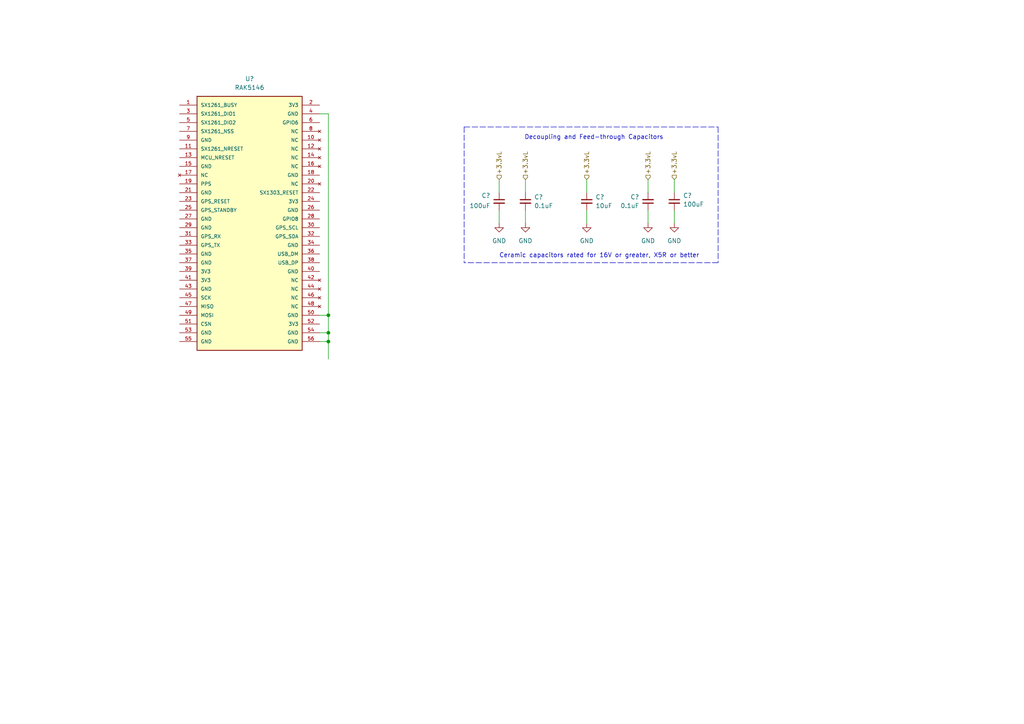
<source format=kicad_sch>
(kicad_sch (version 20211123) (generator eeschema)
  (paper "A4")
  (lib_symbols
    (symbol "Device:C_Small" (pin_numbers hide) (pin_names (offset 0.254) hide)
      (property "Reference" "C" (at 0.254 1.778 0))
      (property "Value" "C_Small" (at 0.254 -2.032 0))
      (symbol "C_Small_0_1"
        (polyline (pts (xy -1.524 -0.508) (xy 1.524 -0.508)) (stroke (width 0.3302)))
        (polyline (pts (xy -1.524 0.508) (xy 1.524 0.508)) (stroke (width 0.3048)))
      )
      (symbol "C_Small_1_1"
        (pin passive line (at 0 2.54 270) (length 2.032) (name "~") (number "1"))
        (pin passive line (at 0 -2.54 90) (length 2.032) (name "~") (number "2"))
      )
    )
    (symbol "Teapot:RAK5146" (pin_names (offset 1.016))
      (property "Reference" "U" (at -15.24 38.1 0))
      (property "Value" "RAK5146" (at -17.78 -40.64 0))
      (symbol "RAK5146_0_0"
        (rectangle (start -15.24 35.56) (end 15.24 -38.1) (stroke (width 0.254)) (fill (type background)))
        (pin output line (at -20.32 33.02 0) (length 5.08) (name "SX1261_BUSY") (number "1"))
        (pin no_connect line (at 20.32 22.86 180) (length 5.08) (name "NC") (number "10"))
        (pin input line (at -20.32 20.32 0) (length 5.08) (name "SX1261_NRESET") (number "11"))
        (pin no_connect line (at 20.32 20.32 180) (length 5.08) (name "NC") (number "12"))
        (pin input line (at -20.32 17.78 0) (length 5.08) (name "MCU_NRESET") (number "13"))
        (pin no_connect line (at 20.32 17.78 180) (length 5.08) (name "NC") (number "14"))
        (pin power_in line (at -20.32 15.24 0) (length 5.08) (name "GND") (number "15"))
        (pin no_connect line (at 20.32 15.24 180) (length 5.08) (name "NC") (number "16"))
        (pin no_connect line (at -20.32 12.7 0) (length 5.08) (name "NC") (number "17"))
        (pin power_in line (at 20.32 12.7 180) (length 5.08) (name "GND") (number "18"))
        (pin output line (at -20.32 10.16 0) (length 5.08) (name "PPS") (number "19"))
        (pin power_in line (at 20.32 33.02 180) (length 5.08) (name "3V3") (number "2"))
        (pin no_connect line (at 20.32 10.16 180) (length 5.08) (name "NC") (number "20"))
        (pin power_in line (at -20.32 7.62 0) (length 5.08) (name "GND") (number "21"))
        (pin input line (at 20.32 7.62 180) (length 5.08) (name "SX1303_RESET") (number "22"))
        (pin input line (at -20.32 5.08 0) (length 5.08) (name "GPS_RESET") (number "23"))
        (pin power_in line (at 20.32 5.08 180) (length 5.08) (name "3V3") (number "24"))
        (pin input line (at -20.32 2.54 0) (length 5.08) (name "GPS_STANDBY") (number "25"))
        (pin power_in line (at 20.32 2.54 180) (length 5.08) (name "GND") (number "26"))
        (pin power_in line (at -20.32 0 0) (length 5.08) (name "GND") (number "27"))
        (pin bidirectional line (at 20.32 0 180) (length 5.08) (name "GPIO8") (number "28"))
        (pin power_in line (at -20.32 -2.54 0) (length 5.08) (name "GND") (number "29"))
        (pin bidirectional line (at -20.32 30.48 0) (length 5.08) (name "SX1261_DIO1") (number "3"))
        (pin bidirectional line (at 20.32 -2.54 180) (length 5.08) (name "GPS_SCL") (number "30"))
        (pin bidirectional line (at -20.32 -5.08 0) (length 5.08) (name "GPS_RX") (number "31"))
        (pin bidirectional line (at 20.32 -5.08 180) (length 5.08) (name "GPS_SDA") (number "32"))
        (pin bidirectional line (at -20.32 -7.62 0) (length 5.08) (name "GPS_TX") (number "33"))
        (pin power_in line (at 20.32 -7.62 180) (length 5.08) (name "GND") (number "34"))
        (pin power_in line (at -20.32 -10.16 0) (length 5.08) (name "GND") (number "35"))
        (pin bidirectional line (at 20.32 -10.16 180) (length 5.08) (name "USB_DM") (number "36"))
        (pin power_in line (at -20.32 -12.7 0) (length 5.08) (name "GND") (number "37"))
        (pin bidirectional line (at 20.32 -12.7 180) (length 5.08) (name "USB_DP") (number "38"))
        (pin power_in line (at -20.32 -15.24 0) (length 5.08) (name "3V3") (number "39"))
        (pin power_in line (at 20.32 30.48 180) (length 5.08) (name "GND") (number "4"))
        (pin power_in line (at 20.32 -15.24 180) (length 5.08) (name "GND") (number "40"))
        (pin power_in line (at -20.32 -17.78 0) (length 5.08) (name "3V3") (number "41"))
        (pin no_connect line (at 20.32 -17.78 180) (length 5.08) (name "NC") (number "42"))
        (pin power_in line (at -20.32 -20.32 0) (length 5.08) (name "GND") (number "43"))
        (pin no_connect line (at 20.32 -20.32 180) (length 5.08) (name "NC") (number "44"))
        (pin bidirectional line (at -20.32 -22.86 0) (length 5.08) (name "SCK") (number "45"))
        (pin no_connect line (at 20.32 -22.86 180) (length 5.08) (name "NC") (number "46"))
        (pin bidirectional line (at -20.32 -25.4 0) (length 5.08) (name "MISO") (number "47"))
        (pin no_connect line (at 20.32 -25.4 180) (length 5.08) (name "NC") (number "48"))
        (pin bidirectional line (at -20.32 -27.94 0) (length 5.08) (name "MOSI") (number "49"))
        (pin bidirectional line (at -20.32 27.94 0) (length 5.08) (name "SX1261_DIO2") (number "5"))
        (pin power_in line (at 20.32 -27.94 180) (length 5.08) (name "GND") (number "50"))
        (pin bidirectional line (at -20.32 -30.48 0) (length 5.08) (name "CSN") (number "51"))
        (pin power_in line (at 20.32 -30.48 180) (length 5.08) (name "3V3") (number "52"))
        (pin passive line (at -20.32 -33.02 0) (length 5.08) (name "GND") (number "53"))
        (pin passive line (at 20.32 -33.02 180) (length 5.08) (name "GND") (number "54"))
        (pin passive line (at -20.32 -35.56 0) (length 5.08) (name "GND") (number "55"))
        (pin passive line (at 20.32 -35.56 180) (length 5.08) (name "GND") (number "56"))
        (pin bidirectional line (at 20.32 27.94 180) (length 5.08) (name "GPIO6") (number "6"))
        (pin input line (at -20.32 25.4 0) (length 5.08) (name "SX1261_NSS") (number "7"))
        (pin no_connect line (at 20.32 25.4 180) (length 5.08) (name "NC") (number "8"))
        (pin power_in line (at -20.32 22.86 0) (length 5.08) (name "GND") (number "9"))
      )
    )
    (symbol "power:GND" (power) (pin_names (offset 0))
      (property "Value" "GND" (at 0 -3.81 0))
      (symbol "GND_0_1"
        (polyline (pts (xy 0 0) (xy 0 -1.27) (xy 1.27 -1.27) (xy 0 -2.54) (xy -1.27 -1.27) (xy 0 -1.27)))
      )
      (symbol "GND_1_1"
        (pin power_in line (at 0 0 270) (length 0) hide (name "GND") (number "1"))
      )
    )
  )
  (junction (at 95.25 99.06))
  (junction (at 95.25 91.44))
  (junction (at 95.25 96.52))
  (wire (pts (xy 92.71 91.44) (xy 95.25 91.44)))
  (wire (pts (xy 152.4 60.96) (xy 152.4 64.77)))
  (wire (pts (xy 187.96 52.07) (xy 187.96 55.88)))
  (wire (pts (xy 170.18 52.07) (xy 170.18 55.88)))
  (wire (pts (xy 95.25 91.44) (xy 95.25 96.52)))
  (wire (pts (xy 195.58 52.07) (xy 195.58 55.88)))
  (wire (pts (xy 152.4 52.07) (xy 152.4 55.88)))
  (wire (pts (xy 95.25 96.52) (xy 95.25 99.06)))
  (wire (pts (xy 170.18 60.96) (xy 170.18 64.77)))
  (wire (pts (xy 92.71 33.02) (xy 95.25 33.02)))
  (wire (pts (xy 95.25 99.06) (xy 95.25 104.14)))
  (wire (pts (xy 92.71 99.06) (xy 95.25 99.06)))
  (polyline (pts (xy 208.28 36.83) (xy 208.28 76.2)))
  (wire (pts (xy 144.78 60.96) (xy 144.78 64.77)))
  (wire (pts (xy 144.78 52.07) (xy 144.78 55.88)))
  (wire (pts (xy 92.71 96.52) (xy 95.25 96.52)))
  (wire (pts (xy 187.96 60.96) (xy 187.96 64.77)))
  (wire (pts (xy 95.25 33.02) (xy 95.25 91.44)))
  (wire (pts (xy 195.58 60.96) (xy 195.58 64.77)))
  (polyline (pts (xy 134.62 36.83) (xy 134.62 76.2)))
  (polyline (pts (xy 208.28 76.2) (xy 134.62 76.2)))
  (polyline (pts (xy 134.62 36.83) (xy 208.28 36.83)))
  (text "Ceramic capacitors rated for 16V or greater, X5R or better" (at 144.78 74.93 0) (effects (font (size 1.27 1.27)) (justify left bottom)))
  (text " Decoupling and Feed-through Capacitors" (at 151.13 40.64 0) (effects (font (size 1.27 1.27)) (justify left bottom)))
  (hierarchical_label "+3.3vL" (shape input) (at 144.78 52.07 90))
  (hierarchical_label "+3.3vL" (shape input) (at 195.58 52.07 90))
  (hierarchical_label "+3.3vL" (shape input) (at 152.4 52.07 90))
  (hierarchical_label "+3.3vL" (shape input) (at 187.96 52.07 90))
  (hierarchical_label "+3.3vL" (shape input) (at 170.18 52.07 90))
  (symbol (lib_id "Device:C_Small") (at 187.96 58.42 0) (mirror x) (unit 1)
    (property "Reference" "C?" (at 185.42 57.1435 0) (effects (justify right)))
    (property "Value" "0.1uF" (at 185.42 59.6835 0) (effects (justify right)))
  )
  (symbol (lib_id "power:GND") (at 144.78 64.77 0) (unit 1)
    (property "Reference" "#PWR?" (effects hide))
    (property "Value" "GND" (at 144.78 69.85 0))
  )
  (symbol (lib_id "Device:C_Small") (at 144.78 58.42 0) (mirror y) (unit 1)
    (property "Reference" "C?" (at 142.24 56.7181 0) (effects (justify left)))
    (property "Value" "100uF" (at 142.24 59.69 0) (effects (justify left)))
  )
  (symbol (lib_id "power:GND") (at 152.4 64.77 0) (unit 1)
    (property "Reference" "#PWR?" (effects hide))
    (property "Value" "GND" (at 152.4 69.85 0))
  )
  (symbol (lib_id "Device:C_Small") (at 195.58 58.42 0) (unit 1)
    (property "Reference" "C?" (at 198.12 56.7181 0) (effects (justify left)))
    (property "Value" "100uF" (at 198.12 59.2581 0) (effects (justify left)))
  )
  (symbol (lib_id "Teapot:RAK5146") (at 72.39 63.5 0) (unit 1)
    (property "Reference" "U?" (at 72.39 22.86 0))
    (property "Value" "RAK5146" (at 72.39 25.4 0))
    (property "Footprint" "Teapot:RAK5146" (effects hide))
    (property "Manufacturer" "RAKWireless" (effects hide))
  )
  (symbol (lib_id "Device:C_Small") (at 170.18 58.42 0) (unit 1)
    (property "Reference" "C?" (at 172.72 57.1562 0) (effects (justify left)))
    (property "Value" "10uF" (at 172.72 59.6962 0) (effects (justify left)))
  )
  (symbol (lib_id "Device:C_Small") (at 152.4 58.42 0) (unit 1)
    (property "Reference" "C?" (at 154.94 57.1562 0) (effects (justify left)))
    (property "Value" "0.1uF" (at 154.94 59.6962 0) (effects (justify left)))
  )
  (symbol (lib_id "power:GND") (at 195.58 64.77 0) (unit 1)
    (property "Reference" "#PWR?" (effects hide))
    (property "Value" "GND" (at 195.58 69.85 0))
  )
  (symbol (lib_id "power:GND") (at 187.96 64.77 0) (unit 1)
    (property "Reference" "#PWR?" (effects hide))
    (property "Value" "GND" (at 187.96 69.85 0))
  )
  (symbol (lib_id "power:GND") (at 170.18 64.77 0) (unit 1)
    (property "Reference" "#PWR?" (effects hide))
    (property "Value" "GND" (at 170.18 69.85 0))
  )
)
</source>
